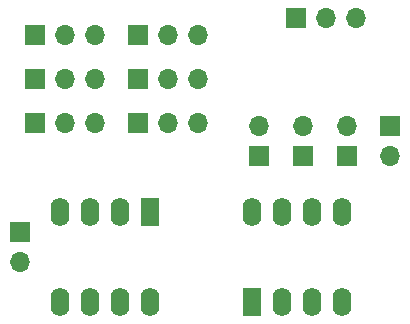
<source format=gbr>
%TF.GenerationSoftware,KiCad,Pcbnew,8.0.6*%
%TF.CreationDate,2025-01-05T16:10:26-06:00*%
%TF.ProjectId,wien + distortion,7769656e-202b-4206-9469-73746f727469,rev?*%
%TF.SameCoordinates,Original*%
%TF.FileFunction,Soldermask,Bot*%
%TF.FilePolarity,Negative*%
%FSLAX46Y46*%
G04 Gerber Fmt 4.6, Leading zero omitted, Abs format (unit mm)*
G04 Created by KiCad (PCBNEW 8.0.6) date 2025-01-05 16:10:26*
%MOMM*%
%LPD*%
G01*
G04 APERTURE LIST*
%ADD10R,1.700000X1.700000*%
%ADD11O,1.700000X1.700000*%
%ADD12R,1.600000X2.400000*%
%ADD13O,1.600000X2.400000*%
G04 APERTURE END LIST*
D10*
%TO.C,J2*%
X80280000Y-89195000D03*
D11*
X80280000Y-86655000D03*
%TD*%
D10*
%TO.C,RV2*%
X61275000Y-79000000D03*
D11*
X63815000Y-79000000D03*
X66355000Y-79000000D03*
%TD*%
D10*
%TO.C,RV5*%
X70015000Y-79000000D03*
D11*
X72555000Y-79000000D03*
X75095000Y-79000000D03*
%TD*%
D10*
%TO.C,GND*%
X83420000Y-77500000D03*
D11*
X85960000Y-77500000D03*
X88500000Y-77500000D03*
%TD*%
D10*
%TO.C,BT1*%
X91350000Y-86645000D03*
D11*
X91350000Y-89185000D03*
%TD*%
D10*
%TO.C,RV1*%
X61275000Y-82700000D03*
D11*
X63815000Y-82700000D03*
X66355000Y-82700000D03*
%TD*%
D10*
%TO.C,J1*%
X60000000Y-95660000D03*
D11*
X60000000Y-98200000D03*
%TD*%
D12*
%TO.C,U1*%
X71040000Y-93945000D03*
D13*
X68500000Y-93945000D03*
X65960000Y-93945000D03*
X63420000Y-93945000D03*
X63420000Y-101565000D03*
X65960000Y-101565000D03*
X68500000Y-101565000D03*
X71040000Y-101565000D03*
%TD*%
D10*
%TO.C,DualPot1*%
X70030000Y-82700000D03*
D11*
X72570000Y-82700000D03*
X75110000Y-82700000D03*
%TD*%
D12*
%TO.C,U2*%
X79700000Y-101595000D03*
D13*
X82240000Y-101595000D03*
X84780000Y-101595000D03*
X87320000Y-101595000D03*
X87320000Y-93975000D03*
X84780000Y-93975000D03*
X82240000Y-93975000D03*
X79700000Y-93975000D03*
%TD*%
D10*
%TO.C,J5*%
X83980000Y-89195000D03*
D11*
X83980000Y-86655000D03*
%TD*%
D10*
%TO.C,RV4*%
X70015000Y-86400000D03*
D11*
X72555000Y-86400000D03*
X75095000Y-86400000D03*
%TD*%
D10*
%TO.C,RV3*%
X61275000Y-86400000D03*
D11*
X63815000Y-86400000D03*
X66355000Y-86400000D03*
%TD*%
D10*
%TO.C,J4*%
X87680000Y-89195000D03*
D11*
X87680000Y-86655000D03*
%TD*%
M02*

</source>
